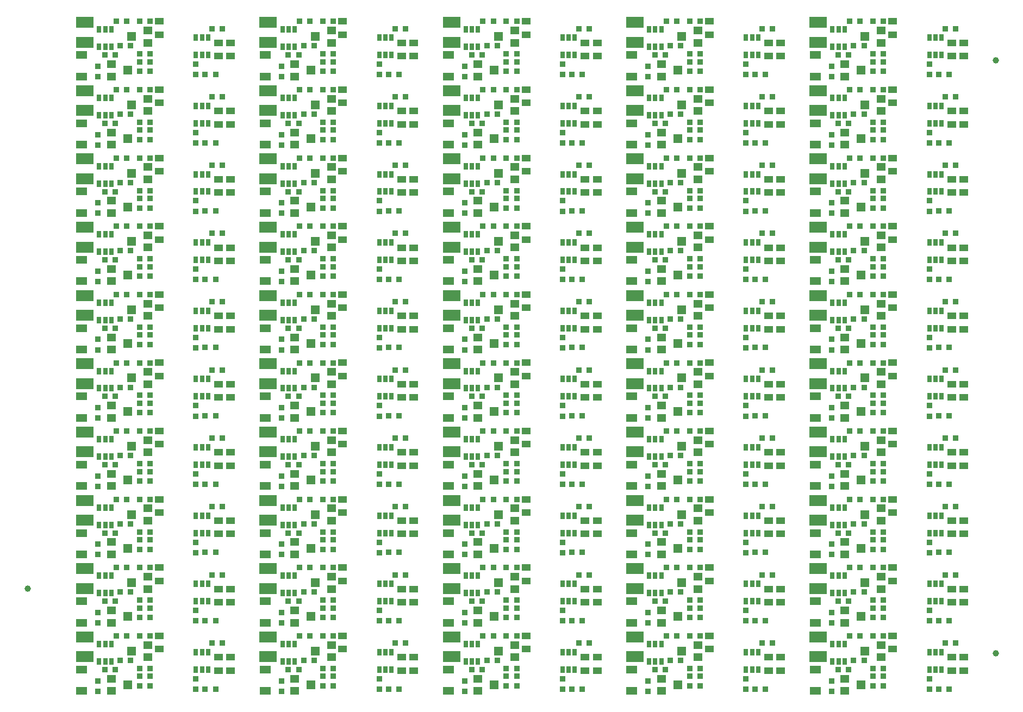
<source format=gbr>
*
%FSLAX35Y35*%
%MOMM*%
%ADD10R,1.400000X1.200000*%
%ADD11R,1.400000X1.400000*%
%ADD12R,0.650000X1.100000*%
%ADD13R,0.700000X1.100000*%
%ADD14R,1.400000X1.100000*%
%ADD15R,2.700000X1.700000*%
%ADD16R,1.800000X1.300000*%
%ADD17R,0.900000X0.900000*%
%ADD18C,1.000000*%
%IPPOS*%
%LNtoppast.gbr*%
%LPD*%
G75*
G54D10*
X01704880Y00910630D03*
Y01101130D03*
G54D11*
X01958880Y01005880D03*
G54D10*
X02276380Y01626000D03*
Y01435500D03*
G54D11*
X02022380Y01530760D03*
G54D12*
X01514380Y01640130D03*
X01704380D03*
X01514380Y01370130D03*
X01704380D03*
X01609380D03*
Y01640130D03*
G54D13*
X03022500Y01514380D03*
X03212500D03*
X03022500Y01244380D03*
X03212500D03*
X03117500D03*
Y01514380D03*
G54D14*
X02451000Y01562000D03*
Y01768380D03*
G54D15*
X01292120Y01752500D03*
Y01442500D03*
G54D16*
X01244500Y01244500D03*
Y00911130D03*
G54D14*
X03371750Y01435000D03*
Y01228630D03*
X03562250D03*
Y01435000D03*
G54D17*
X01498500Y01068630D03*
Y00905910D03*
X01768380Y01243260D03*
X01605660D03*
X01943000Y01767130D03*
X01780280D03*
X02308120D03*
X02145410D03*
X02308120Y01137350D03*
X02145410D03*
X03435250Y01656000D03*
X03272530D03*
X03022500Y01100380D03*
Y00937660D03*
X02308120Y00989260D03*
X02145410D03*
X02006500Y01386130D03*
X01843780D03*
X02307330Y01259590D03*
X02144610D03*
X03328890Y00941630D03*
X03166170D03*
G54D10*
X01704880Y01974230D03*
Y02164730D03*
G54D11*
X01958880Y02069480D03*
G54D10*
X02276380Y02689600D03*
Y02499100D03*
G54D11*
X02022380Y02594360D03*
G54D12*
X01514380Y02703730D03*
X01704380D03*
X01514380Y02433730D03*
X01704380D03*
X01609380D03*
Y02703730D03*
G54D13*
X03022500Y02577980D03*
X03212500D03*
X03022500Y02307980D03*
X03212500D03*
X03117500D03*
Y02577980D03*
G54D14*
X02451000Y02625600D03*
Y02831980D03*
G54D15*
X01292120Y02816100D03*
Y02506100D03*
G54D16*
X01244500Y02308100D03*
Y01974730D03*
G54D14*
X03371750Y02498600D03*
Y02292230D03*
X03562250D03*
Y02498600D03*
G54D17*
X01498500Y02132230D03*
Y01969510D03*
X01768380Y02306860D03*
X01605660D03*
X01943000Y02830730D03*
X01780280D03*
X02308120D03*
X02145410D03*
X02308120Y02200950D03*
X02145410D03*
X03435250Y02719600D03*
X03272530D03*
X03022500Y02163980D03*
Y02001260D03*
X02308120Y02052860D03*
X02145410D03*
X02006500Y02449730D03*
X01843780D03*
X02307330Y02323190D03*
X02144610D03*
X03328890Y02005230D03*
X03166170D03*
G54D10*
X01704880Y03037830D03*
Y03228330D03*
G54D11*
X01958880Y03133080D03*
G54D10*
X02276380Y03753200D03*
Y03562700D03*
G54D11*
X02022380Y03657960D03*
G54D12*
X01514380Y03767330D03*
X01704380D03*
X01514380Y03497330D03*
X01704380D03*
X01609380D03*
Y03767330D03*
G54D13*
X03022500Y03641580D03*
X03212500D03*
X03022500Y03371580D03*
X03212500D03*
X03117500D03*
Y03641580D03*
G54D14*
X02451000Y03689200D03*
Y03895580D03*
G54D15*
X01292120Y03879700D03*
Y03569700D03*
G54D16*
X01244500Y03371700D03*
Y03038330D03*
G54D14*
X03371750Y03562200D03*
Y03355830D03*
X03562250D03*
Y03562200D03*
G54D17*
X01498500Y03195830D03*
Y03033110D03*
X01768380Y03370460D03*
X01605660D03*
X01943000Y03894330D03*
X01780280D03*
X02308120D03*
X02145410D03*
X02308120Y03264550D03*
X02145410D03*
X03435250Y03783200D03*
X03272530D03*
X03022500Y03227580D03*
Y03064860D03*
X02308120Y03116460D03*
X02145410D03*
X02006500Y03513330D03*
X01843780D03*
X02307330Y03386790D03*
X02144610D03*
X03328890Y03068830D03*
X03166170D03*
G54D10*
X01704880Y04101430D03*
Y04291930D03*
G54D11*
X01958880Y04196680D03*
G54D10*
X02276380Y04816800D03*
Y04626300D03*
G54D11*
X02022380Y04721560D03*
G54D12*
X01514380Y04830930D03*
X01704380D03*
X01514380Y04560930D03*
X01704380D03*
X01609380D03*
Y04830930D03*
G54D13*
X03022500Y04705180D03*
X03212500D03*
X03022500Y04435180D03*
X03212500D03*
X03117500D03*
Y04705180D03*
G54D14*
X02451000Y04752800D03*
Y04959180D03*
G54D15*
X01292120Y04943300D03*
Y04633300D03*
G54D16*
X01244500Y04435300D03*
Y04101930D03*
G54D14*
X03371750Y04625800D03*
Y04419430D03*
X03562250D03*
Y04625800D03*
G54D17*
X01498500Y04259430D03*
Y04096710D03*
X01768380Y04434060D03*
X01605660D03*
X01943000Y04957930D03*
X01780280D03*
X02308120D03*
X02145410D03*
X02308120Y04328150D03*
X02145410D03*
X03435250Y04846800D03*
X03272530D03*
X03022500Y04291180D03*
Y04128460D03*
X02308120Y04180060D03*
X02145410D03*
X02006500Y04576930D03*
X01843780D03*
X02307330Y04450390D03*
X02144610D03*
X03328890Y04132430D03*
X03166170D03*
G54D10*
X01704880Y05165030D03*
Y05355530D03*
G54D11*
X01958880Y05260280D03*
G54D10*
X02276380Y05880400D03*
Y05689900D03*
G54D11*
X02022380Y05785160D03*
G54D12*
X01514380Y05894530D03*
X01704380D03*
X01514380Y05624530D03*
X01704380D03*
X01609380D03*
Y05894530D03*
G54D13*
X03022500Y05768780D03*
X03212500D03*
X03022500Y05498780D03*
X03212500D03*
X03117500D03*
Y05768780D03*
G54D14*
X02451000Y05816400D03*
Y06022780D03*
G54D15*
X01292120Y06006900D03*
Y05696900D03*
G54D16*
X01244500Y05498900D03*
Y05165530D03*
G54D14*
X03371750Y05689400D03*
Y05483030D03*
X03562250D03*
Y05689400D03*
G54D17*
X01498500Y05323030D03*
Y05160310D03*
X01768380Y05497660D03*
X01605660D03*
X01943000Y06021530D03*
X01780280D03*
X02308120D03*
X02145410D03*
X02308120Y05391750D03*
X02145410D03*
X03435250Y05910400D03*
X03272530D03*
X03022500Y05354780D03*
Y05192060D03*
X02308120Y05243660D03*
X02145410D03*
X02006500Y05640530D03*
X01843780D03*
X02307330Y05513990D03*
X02144610D03*
X03328890Y05196030D03*
X03166170D03*
G54D10*
X01704880Y06228630D03*
Y06419130D03*
G54D11*
X01958880Y06323880D03*
G54D10*
X02276380Y06944000D03*
Y06753500D03*
G54D11*
X02022380Y06848760D03*
G54D12*
X01514380Y06958130D03*
X01704380D03*
X01514380Y06688130D03*
X01704380D03*
X01609380D03*
Y06958130D03*
G54D13*
X03022500Y06832380D03*
X03212500D03*
X03022500Y06562380D03*
X03212500D03*
X03117500D03*
Y06832380D03*
G54D14*
X02451000Y06880000D03*
Y07086380D03*
G54D15*
X01292120Y07070500D03*
Y06760500D03*
G54D16*
X01244500Y06562500D03*
Y06229130D03*
G54D14*
X03371750Y06753000D03*
Y06546630D03*
X03562250D03*
Y06753000D03*
G54D17*
X01498500Y06386630D03*
Y06223910D03*
X01768380Y06561260D03*
X01605660D03*
X01943000Y07085130D03*
X01780280D03*
X02308120D03*
X02145410D03*
X02308120Y06455350D03*
X02145410D03*
X03435250Y06974000D03*
X03272530D03*
X03022500Y06418380D03*
Y06255660D03*
X02308120Y06307260D03*
X02145410D03*
X02006500Y06704130D03*
X01843780D03*
X02307330Y06577590D03*
X02144610D03*
X03328890Y06259630D03*
X03166170D03*
G54D10*
X01704880Y07292230D03*
Y07482730D03*
G54D11*
X01958880Y07387480D03*
G54D10*
X02276380Y08007600D03*
Y07817100D03*
G54D11*
X02022380Y07912360D03*
G54D12*
X01514380Y08021730D03*
X01704380D03*
X01514380Y07751730D03*
X01704380D03*
X01609380D03*
Y08021730D03*
G54D13*
X03022500Y07895980D03*
X03212500D03*
X03022500Y07625980D03*
X03212500D03*
X03117500D03*
Y07895980D03*
G54D14*
X02451000Y07943600D03*
Y08149980D03*
G54D15*
X01292120Y08134100D03*
Y07824100D03*
G54D16*
X01244500Y07626100D03*
Y07292730D03*
G54D14*
X03371750Y07816600D03*
Y07610230D03*
X03562250D03*
Y07816600D03*
G54D17*
X01498500Y07450230D03*
Y07287510D03*
X01768380Y07624860D03*
X01605660D03*
X01943000Y08148730D03*
X01780280D03*
X02308120D03*
X02145410D03*
X02308120Y07518950D03*
X02145410D03*
X03435250Y08037600D03*
X03272530D03*
X03022500Y07481980D03*
Y07319260D03*
X02308120Y07370860D03*
X02145410D03*
X02006500Y07767730D03*
X01843780D03*
X02307330Y07641190D03*
X02144610D03*
X03328890Y07323230D03*
X03166170D03*
G54D10*
X01704880Y08355830D03*
Y08546330D03*
G54D11*
X01958880Y08451080D03*
G54D10*
X02276380Y09071200D03*
Y08880700D03*
G54D11*
X02022380Y08975960D03*
G54D12*
X01514380Y09085330D03*
X01704380D03*
X01514380Y08815330D03*
X01704380D03*
X01609380D03*
Y09085330D03*
G54D13*
X03022500Y08959580D03*
X03212500D03*
X03022500Y08689580D03*
X03212500D03*
X03117500D03*
Y08959580D03*
G54D14*
X02451000Y09007200D03*
Y09213580D03*
G54D15*
X01292120Y09197700D03*
Y08887700D03*
G54D16*
X01244500Y08689700D03*
Y08356330D03*
G54D14*
X03371750Y08880200D03*
Y08673830D03*
X03562250D03*
Y08880200D03*
G54D17*
X01498500Y08513830D03*
Y08351110D03*
X01768380Y08688460D03*
X01605660D03*
X01943000Y09212330D03*
X01780280D03*
X02308120D03*
X02145410D03*
X02308120Y08582550D03*
X02145410D03*
X03435250Y09101200D03*
X03272530D03*
X03022500Y08545580D03*
Y08382860D03*
X02308120Y08434460D03*
X02145410D03*
X02006500Y08831330D03*
X01843780D03*
X02307330Y08704790D03*
X02144610D03*
X03328890Y08386830D03*
X03166170D03*
G54D10*
X01704880Y09419430D03*
Y09609930D03*
G54D11*
X01958880Y09514680D03*
G54D10*
X02276380Y10134800D03*
Y09944300D03*
G54D11*
X02022380Y10039560D03*
G54D12*
X01514380Y10148930D03*
X01704380D03*
X01514380Y09878930D03*
X01704380D03*
X01609380D03*
Y10148930D03*
G54D13*
X03022500Y10023180D03*
X03212500D03*
X03022500Y09753180D03*
X03212500D03*
X03117500D03*
Y10023180D03*
G54D14*
X02451000Y10070800D03*
Y10277180D03*
G54D15*
X01292120Y10261300D03*
Y09951300D03*
G54D16*
X01244500Y09753300D03*
Y09419930D03*
G54D14*
X03371750Y09943800D03*
Y09737430D03*
X03562250D03*
Y09943800D03*
G54D17*
X01498500Y09577430D03*
Y09414710D03*
X01768380Y09752060D03*
X01605660D03*
X01943000Y10275930D03*
X01780280D03*
X02308120D03*
X02145410D03*
X02308120Y09646150D03*
X02145410D03*
X03435250Y10164800D03*
X03272530D03*
X03022500Y09609180D03*
Y09446460D03*
X02308120Y09498060D03*
X02145410D03*
X02006500Y09894930D03*
X01843780D03*
X02307330Y09768390D03*
X02144610D03*
X03328890Y09450430D03*
X03166170D03*
G54D10*
X01704880Y10483030D03*
Y10673530D03*
G54D11*
X01958880Y10578280D03*
G54D10*
X02276380Y11198400D03*
Y11007900D03*
G54D11*
X02022380Y11103160D03*
G54D12*
X01514380Y11212530D03*
X01704380D03*
X01514380Y10942530D03*
X01704380D03*
X01609380D03*
Y11212530D03*
G54D13*
X03022500Y11086780D03*
X03212500D03*
X03022500Y10816780D03*
X03212500D03*
X03117500D03*
Y11086780D03*
G54D14*
X02451000Y11134400D03*
Y11340780D03*
G54D15*
X01292120Y11324900D03*
Y11014900D03*
G54D16*
X01244500Y10816900D03*
Y10483530D03*
G54D14*
X03371750Y11007400D03*
Y10801030D03*
X03562250D03*
Y11007400D03*
G54D17*
X01498500Y10641030D03*
Y10478310D03*
X01768380Y10815660D03*
X01605660D03*
X01943000Y11339530D03*
X01780280D03*
X02308120D03*
X02145410D03*
X02308120Y10709750D03*
X02145410D03*
X03435250Y11228400D03*
X03272530D03*
X03022500Y10672780D03*
Y10510060D03*
X02308120Y10561660D03*
X02145410D03*
X02006500Y10958530D03*
X01843780D03*
X02307330Y10831990D03*
X02144610D03*
X03328890Y10514030D03*
X03166170D03*
G54D10*
X04560480Y00910630D03*
Y01101130D03*
G54D11*
X04814480Y01005880D03*
G54D10*
X05131980Y01626000D03*
Y01435500D03*
G54D11*
X04877980Y01530760D03*
G54D12*
X04369980Y01640130D03*
X04559980D03*
X04369980Y01370130D03*
X04559980D03*
X04464980D03*
Y01640130D03*
G54D13*
X05878100Y01514380D03*
X06068100D03*
X05878100Y01244380D03*
X06068100D03*
X05973100D03*
Y01514380D03*
G54D14*
X05306600Y01562000D03*
Y01768380D03*
G54D15*
X04147720Y01752500D03*
Y01442500D03*
G54D16*
X04100100Y01244500D03*
Y00911130D03*
G54D14*
X06227350Y01435000D03*
Y01228630D03*
X06417850D03*
Y01435000D03*
G54D17*
X04354100Y01068630D03*
Y00905910D03*
X04623980Y01243260D03*
X04461260D03*
X04798600Y01767130D03*
X04635880D03*
X05163720D03*
X05001010D03*
X05163720Y01137350D03*
X05001010D03*
X06290850Y01656000D03*
X06128130D03*
X05878100Y01100380D03*
Y00937660D03*
X05163720Y00989260D03*
X05001010D03*
X04862100Y01386130D03*
X04699380D03*
X05162930Y01259590D03*
X05000210D03*
X06184490Y00941630D03*
X06021770D03*
G54D10*
X04560480Y01974230D03*
Y02164730D03*
G54D11*
X04814480Y02069480D03*
G54D10*
X05131980Y02689600D03*
Y02499100D03*
G54D11*
X04877980Y02594360D03*
G54D12*
X04369980Y02703730D03*
X04559980D03*
X04369980Y02433730D03*
X04559980D03*
X04464980D03*
Y02703730D03*
G54D13*
X05878100Y02577980D03*
X06068100D03*
X05878100Y02307980D03*
X06068100D03*
X05973100D03*
Y02577980D03*
G54D14*
X05306600Y02625600D03*
Y02831980D03*
G54D15*
X04147720Y02816100D03*
Y02506100D03*
G54D16*
X04100100Y02308100D03*
Y01974730D03*
G54D14*
X06227350Y02498600D03*
Y02292230D03*
X06417850D03*
Y02498600D03*
G54D17*
X04354100Y02132230D03*
Y01969510D03*
X04623980Y02306860D03*
X04461260D03*
X04798600Y02830730D03*
X04635880D03*
X05163720D03*
X05001010D03*
X05163720Y02200950D03*
X05001010D03*
X06290850Y02719600D03*
X06128130D03*
X05878100Y02163980D03*
Y02001260D03*
X05163720Y02052860D03*
X05001010D03*
X04862100Y02449730D03*
X04699380D03*
X05162930Y02323190D03*
X05000210D03*
X06184490Y02005230D03*
X06021770D03*
G54D10*
X04560480Y03037830D03*
Y03228330D03*
G54D11*
X04814480Y03133080D03*
G54D10*
X05131980Y03753200D03*
Y03562700D03*
G54D11*
X04877980Y03657960D03*
G54D12*
X04369980Y03767330D03*
X04559980D03*
X04369980Y03497330D03*
X04559980D03*
X04464980D03*
Y03767330D03*
G54D13*
X05878100Y03641580D03*
X06068100D03*
X05878100Y03371580D03*
X06068100D03*
X05973100D03*
Y03641580D03*
G54D14*
X05306600Y03689200D03*
Y03895580D03*
G54D15*
X04147720Y03879700D03*
Y03569700D03*
G54D16*
X04100100Y03371700D03*
Y03038330D03*
G54D14*
X06227350Y03562200D03*
Y03355830D03*
X06417850D03*
Y03562200D03*
G54D17*
X04354100Y03195830D03*
Y03033110D03*
X04623980Y03370460D03*
X04461260D03*
X04798600Y03894330D03*
X04635880D03*
X05163720D03*
X05001010D03*
X05163720Y03264550D03*
X05001010D03*
X06290850Y03783200D03*
X06128130D03*
X05878100Y03227580D03*
Y03064860D03*
X05163720Y03116460D03*
X05001010D03*
X04862100Y03513330D03*
X04699380D03*
X05162930Y03386790D03*
X05000210D03*
X06184490Y03068830D03*
X06021770D03*
G54D10*
X04560480Y04101430D03*
Y04291930D03*
G54D11*
X04814480Y04196680D03*
G54D10*
X05131980Y04816800D03*
Y04626300D03*
G54D11*
X04877980Y04721560D03*
G54D12*
X04369980Y04830930D03*
X04559980D03*
X04369980Y04560930D03*
X04559980D03*
X04464980D03*
Y04830930D03*
G54D13*
X05878100Y04705180D03*
X06068100D03*
X05878100Y04435180D03*
X06068100D03*
X05973100D03*
Y04705180D03*
G54D14*
X05306600Y04752800D03*
Y04959180D03*
G54D15*
X04147720Y04943300D03*
Y04633300D03*
G54D16*
X04100100Y04435300D03*
Y04101930D03*
G54D14*
X06227350Y04625800D03*
Y04419430D03*
X06417850D03*
Y04625800D03*
G54D17*
X04354100Y04259430D03*
Y04096710D03*
X04623980Y04434060D03*
X04461260D03*
X04798600Y04957930D03*
X04635880D03*
X05163720D03*
X05001010D03*
X05163720Y04328150D03*
X05001010D03*
X06290850Y04846800D03*
X06128130D03*
X05878100Y04291180D03*
Y04128460D03*
X05163720Y04180060D03*
X05001010D03*
X04862100Y04576930D03*
X04699380D03*
X05162930Y04450390D03*
X05000210D03*
X06184490Y04132430D03*
X06021770D03*
G54D10*
X04560480Y05165030D03*
Y05355530D03*
G54D11*
X04814480Y05260280D03*
G54D10*
X05131980Y05880400D03*
Y05689900D03*
G54D11*
X04877980Y05785160D03*
G54D12*
X04369980Y05894530D03*
X04559980D03*
X04369980Y05624530D03*
X04559980D03*
X04464980D03*
Y05894530D03*
G54D13*
X05878100Y05768780D03*
X06068100D03*
X05878100Y05498780D03*
X06068100D03*
X05973100D03*
Y05768780D03*
G54D14*
X05306600Y05816400D03*
Y06022780D03*
G54D15*
X04147720Y06006900D03*
Y05696900D03*
G54D16*
X04100100Y05498900D03*
Y05165530D03*
G54D14*
X06227350Y05689400D03*
Y05483030D03*
X06417850D03*
Y05689400D03*
G54D17*
X04354100Y05323030D03*
Y05160310D03*
X04623980Y05497660D03*
X04461260D03*
X04798600Y06021530D03*
X04635880D03*
X05163720D03*
X05001010D03*
X05163720Y05391750D03*
X05001010D03*
X06290850Y05910400D03*
X06128130D03*
X05878100Y05354780D03*
Y05192060D03*
X05163720Y05243660D03*
X05001010D03*
X04862100Y05640530D03*
X04699380D03*
X05162930Y05513990D03*
X05000210D03*
X06184490Y05196030D03*
X06021770D03*
G54D10*
X04560480Y06228630D03*
Y06419130D03*
G54D11*
X04814480Y06323880D03*
G54D10*
X05131980Y06944000D03*
Y06753500D03*
G54D11*
X04877980Y06848760D03*
G54D12*
X04369980Y06958130D03*
X04559980D03*
X04369980Y06688130D03*
X04559980D03*
X04464980D03*
Y06958130D03*
G54D13*
X05878100Y06832380D03*
X06068100D03*
X05878100Y06562380D03*
X06068100D03*
X05973100D03*
Y06832380D03*
G54D14*
X05306600Y06880000D03*
Y07086380D03*
G54D15*
X04147720Y07070500D03*
Y06760500D03*
G54D16*
X04100100Y06562500D03*
Y06229130D03*
G54D14*
X06227350Y06753000D03*
Y06546630D03*
X06417850D03*
Y06753000D03*
G54D17*
X04354100Y06386630D03*
Y06223910D03*
X04623980Y06561260D03*
X04461260D03*
X04798600Y07085130D03*
X04635880D03*
X05163720D03*
X05001010D03*
X05163720Y06455350D03*
X05001010D03*
X06290850Y06974000D03*
X06128130D03*
X05878100Y06418380D03*
Y06255660D03*
X05163720Y06307260D03*
X05001010D03*
X04862100Y06704130D03*
X04699380D03*
X05162930Y06577590D03*
X05000210D03*
X06184490Y06259630D03*
X06021770D03*
G54D10*
X04560480Y07292230D03*
Y07482730D03*
G54D11*
X04814480Y07387480D03*
G54D10*
X05131980Y08007600D03*
Y07817100D03*
G54D11*
X04877980Y07912360D03*
G54D12*
X04369980Y08021730D03*
X04559980D03*
X04369980Y07751730D03*
X04559980D03*
X04464980D03*
Y08021730D03*
G54D13*
X05878100Y07895980D03*
X06068100D03*
X05878100Y07625980D03*
X06068100D03*
X05973100D03*
Y07895980D03*
G54D14*
X05306600Y07943600D03*
Y08149980D03*
G54D15*
X04147720Y08134100D03*
Y07824100D03*
G54D16*
X04100100Y07626100D03*
Y07292730D03*
G54D14*
X06227350Y07816600D03*
Y07610230D03*
X06417850D03*
Y07816600D03*
G54D17*
X04354100Y07450230D03*
Y07287510D03*
X04623980Y07624860D03*
X04461260D03*
X04798600Y08148730D03*
X04635880D03*
X05163720D03*
X05001010D03*
X05163720Y07518950D03*
X05001010D03*
X06290850Y08037600D03*
X06128130D03*
X05878100Y07481980D03*
Y07319260D03*
X05163720Y07370860D03*
X05001010D03*
X04862100Y07767730D03*
X04699380D03*
X05162930Y07641190D03*
X05000210D03*
X06184490Y07323230D03*
X06021770D03*
G54D10*
X04560480Y08355830D03*
Y08546330D03*
G54D11*
X04814480Y08451080D03*
G54D10*
X05131980Y09071200D03*
Y08880700D03*
G54D11*
X04877980Y08975960D03*
G54D12*
X04369980Y09085330D03*
X04559980D03*
X04369980Y08815330D03*
X04559980D03*
X04464980D03*
Y09085330D03*
G54D13*
X05878100Y08959580D03*
X06068100D03*
X05878100Y08689580D03*
X06068100D03*
X05973100D03*
Y08959580D03*
G54D14*
X05306600Y09007200D03*
Y09213580D03*
G54D15*
X04147720Y09197700D03*
Y08887700D03*
G54D16*
X04100100Y08689700D03*
Y08356330D03*
G54D14*
X06227350Y08880200D03*
Y08673830D03*
X06417850D03*
Y08880200D03*
G54D17*
X04354100Y08513830D03*
Y08351110D03*
X04623980Y08688460D03*
X04461260D03*
X04798600Y09212330D03*
X04635880D03*
X05163720D03*
X05001010D03*
X05163720Y08582550D03*
X05001010D03*
X06290850Y09101200D03*
X06128130D03*
X05878100Y08545580D03*
Y08382860D03*
X05163720Y08434460D03*
X05001010D03*
X04862100Y08831330D03*
X04699380D03*
X05162930Y08704790D03*
X05000210D03*
X06184490Y08386830D03*
X06021770D03*
G54D10*
X04560480Y09419430D03*
Y09609930D03*
G54D11*
X04814480Y09514680D03*
G54D10*
X05131980Y10134800D03*
Y09944300D03*
G54D11*
X04877980Y10039560D03*
G54D12*
X04369980Y10148930D03*
X04559980D03*
X04369980Y09878930D03*
X04559980D03*
X04464980D03*
Y10148930D03*
G54D13*
X05878100Y10023180D03*
X06068100D03*
X05878100Y09753180D03*
X06068100D03*
X05973100D03*
Y10023180D03*
G54D14*
X05306600Y10070800D03*
Y10277180D03*
G54D15*
X04147720Y10261300D03*
Y09951300D03*
G54D16*
X04100100Y09753300D03*
Y09419930D03*
G54D14*
X06227350Y09943800D03*
Y09737430D03*
X06417850D03*
Y09943800D03*
G54D17*
X04354100Y09577430D03*
Y09414710D03*
X04623980Y09752060D03*
X04461260D03*
X04798600Y10275930D03*
X04635880D03*
X05163720D03*
X05001010D03*
X05163720Y09646150D03*
X05001010D03*
X06290850Y10164800D03*
X06128130D03*
X05878100Y09609180D03*
Y09446460D03*
X05163720Y09498060D03*
X05001010D03*
X04862100Y09894930D03*
X04699380D03*
X05162930Y09768390D03*
X05000210D03*
X06184490Y09450430D03*
X06021770D03*
G54D10*
X04560480Y10483030D03*
Y10673530D03*
G54D11*
X04814480Y10578280D03*
G54D10*
X05131980Y11198400D03*
Y11007900D03*
G54D11*
X04877980Y11103160D03*
G54D12*
X04369980Y11212530D03*
X04559980D03*
X04369980Y10942530D03*
X04559980D03*
X04464980D03*
Y11212530D03*
G54D13*
X05878100Y11086780D03*
X06068100D03*
X05878100Y10816780D03*
X06068100D03*
X05973100D03*
Y11086780D03*
G54D14*
X05306600Y11134400D03*
Y11340780D03*
G54D15*
X04147720Y11324900D03*
Y11014900D03*
G54D16*
X04100100Y10816900D03*
Y10483530D03*
G54D14*
X06227350Y11007400D03*
Y10801030D03*
X06417850D03*
Y11007400D03*
G54D17*
X04354100Y10641030D03*
Y10478310D03*
X04623980Y10815660D03*
X04461260D03*
X04798600Y11339530D03*
X04635880D03*
X05163720D03*
X05001010D03*
X05163720Y10709750D03*
X05001010D03*
X06290850Y11228400D03*
X06128130D03*
X05878100Y10672780D03*
Y10510060D03*
X05163720Y10561660D03*
X05001010D03*
X04862100Y10958530D03*
X04699380D03*
X05162930Y10831990D03*
X05000210D03*
X06184490Y10514030D03*
X06021770D03*
G54D10*
X07416080Y00910630D03*
Y01101130D03*
G54D11*
X07670080Y01005880D03*
G54D10*
X07987580Y01626000D03*
Y01435500D03*
G54D11*
X07733580Y01530760D03*
G54D12*
X07225580Y01640130D03*
X07415580D03*
X07225580Y01370130D03*
X07415580D03*
X07320580D03*
Y01640130D03*
G54D13*
X08733700Y01514380D03*
X08923700D03*
X08733700Y01244380D03*
X08923700D03*
X08828700D03*
Y01514380D03*
G54D14*
X08162200Y01562000D03*
Y01768380D03*
G54D15*
X07003320Y01752500D03*
Y01442500D03*
G54D16*
X06955700Y01244500D03*
Y00911130D03*
G54D14*
X09082950Y01435000D03*
Y01228630D03*
X09273450D03*
Y01435000D03*
G54D17*
X07209700Y01068630D03*
Y00905910D03*
X07479580Y01243260D03*
X07316860D03*
X07654200Y01767130D03*
X07491480D03*
X08019320D03*
X07856610D03*
X08019320Y01137350D03*
X07856610D03*
X09146450Y01656000D03*
X08983730D03*
X08733700Y01100380D03*
Y00937660D03*
X08019320Y00989260D03*
X07856610D03*
X07717700Y01386130D03*
X07554980D03*
X08018530Y01259590D03*
X07855810D03*
X09040090Y00941630D03*
X08877370D03*
G54D10*
X07416080Y01974230D03*
Y02164730D03*
G54D11*
X07670080Y02069480D03*
G54D10*
X07987580Y02689600D03*
Y02499100D03*
G54D11*
X07733580Y02594360D03*
G54D12*
X07225580Y02703730D03*
X07415580D03*
X07225580Y02433730D03*
X07415580D03*
X07320580D03*
Y02703730D03*
G54D13*
X08733700Y02577980D03*
X08923700D03*
X08733700Y02307980D03*
X08923700D03*
X08828700D03*
Y02577980D03*
G54D14*
X08162200Y02625600D03*
Y02831980D03*
G54D15*
X07003320Y02816100D03*
Y02506100D03*
G54D16*
X06955700Y02308100D03*
Y01974730D03*
G54D14*
X09082950Y02498600D03*
Y02292230D03*
X09273450D03*
Y02498600D03*
G54D17*
X07209700Y02132230D03*
Y01969510D03*
X07479580Y02306860D03*
X07316860D03*
X07654200Y02830730D03*
X07491480D03*
X08019320D03*
X07856610D03*
X08019320Y02200950D03*
X07856610D03*
X09146450Y02719600D03*
X08983730D03*
X08733700Y02163980D03*
Y02001260D03*
X08019320Y02052860D03*
X07856610D03*
X07717700Y02449730D03*
X07554980D03*
X08018530Y02323190D03*
X07855810D03*
X09040090Y02005230D03*
X08877370D03*
G54D10*
X07416080Y03037830D03*
Y03228330D03*
G54D11*
X07670080Y03133080D03*
G54D10*
X07987580Y03753200D03*
Y03562700D03*
G54D11*
X07733580Y03657960D03*
G54D12*
X07225580Y03767330D03*
X07415580D03*
X07225580Y03497330D03*
X07415580D03*
X07320580D03*
Y03767330D03*
G54D13*
X08733700Y03641580D03*
X08923700D03*
X08733700Y03371580D03*
X08923700D03*
X08828700D03*
Y03641580D03*
G54D14*
X08162200Y03689200D03*
Y03895580D03*
G54D15*
X07003320Y03879700D03*
Y03569700D03*
G54D16*
X06955700Y03371700D03*
Y03038330D03*
G54D14*
X09082950Y03562200D03*
Y03355830D03*
X09273450D03*
Y03562200D03*
G54D17*
X07209700Y03195830D03*
Y03033110D03*
X07479580Y03370460D03*
X07316860D03*
X07654200Y03894330D03*
X07491480D03*
X08019320D03*
X07856610D03*
X08019320Y03264550D03*
X07856610D03*
X09146450Y03783200D03*
X08983730D03*
X08733700Y03227580D03*
Y03064860D03*
X08019320Y03116460D03*
X07856610D03*
X07717700Y03513330D03*
X07554980D03*
X08018530Y03386790D03*
X07855810D03*
X09040090Y03068830D03*
X08877370D03*
G54D10*
X07416080Y04101430D03*
Y04291930D03*
G54D11*
X07670080Y04196680D03*
G54D10*
X07987580Y04816800D03*
Y04626300D03*
G54D11*
X07733580Y04721560D03*
G54D12*
X07225580Y04830930D03*
X07415580D03*
X07225580Y04560930D03*
X07415580D03*
X07320580D03*
Y04830930D03*
G54D13*
X08733700Y04705180D03*
X08923700D03*
X08733700Y04435180D03*
X08923700D03*
X08828700D03*
Y04705180D03*
G54D14*
X08162200Y04752800D03*
Y04959180D03*
G54D15*
X07003320Y04943300D03*
Y04633300D03*
G54D16*
X06955700Y04435300D03*
Y04101930D03*
G54D14*
X09082950Y04625800D03*
Y04419430D03*
X09273450D03*
Y04625800D03*
G54D17*
X07209700Y04259430D03*
Y04096710D03*
X07479580Y04434060D03*
X07316860D03*
X07654200Y04957930D03*
X07491480D03*
X08019320D03*
X07856610D03*
X08019320Y04328150D03*
X07856610D03*
X09146450Y04846800D03*
X08983730D03*
X08733700Y04291180D03*
Y04128460D03*
X08019320Y04180060D03*
X07856610D03*
X07717700Y04576930D03*
X07554980D03*
X08018530Y04450390D03*
X07855810D03*
X09040090Y04132430D03*
X08877370D03*
G54D10*
X07416080Y05165030D03*
Y05355530D03*
G54D11*
X07670080Y05260280D03*
G54D10*
X07987580Y05880400D03*
Y05689900D03*
G54D11*
X07733580Y05785160D03*
G54D12*
X07225580Y05894530D03*
X07415580D03*
X07225580Y05624530D03*
X07415580D03*
X07320580D03*
Y05894530D03*
G54D13*
X08733700Y05768780D03*
X08923700D03*
X08733700Y05498780D03*
X08923700D03*
X08828700D03*
Y05768780D03*
G54D14*
X08162200Y05816400D03*
Y06022780D03*
G54D15*
X07003320Y06006900D03*
Y05696900D03*
G54D16*
X06955700Y05498900D03*
Y05165530D03*
G54D14*
X09082950Y05689400D03*
Y05483030D03*
X09273450D03*
Y05689400D03*
G54D17*
X07209700Y05323030D03*
Y05160310D03*
X07479580Y05497660D03*
X07316860D03*
X07654200Y06021530D03*
X07491480D03*
X08019320D03*
X07856610D03*
X08019320Y05391750D03*
X07856610D03*
X09146450Y05910400D03*
X08983730D03*
X08733700Y05354780D03*
Y05192060D03*
X08019320Y05243660D03*
X07856610D03*
X07717700Y05640530D03*
X07554980D03*
X08018530Y05513990D03*
X07855810D03*
X09040090Y05196030D03*
X08877370D03*
G54D10*
X07416080Y06228630D03*
Y06419130D03*
G54D11*
X07670080Y06323880D03*
G54D10*
X07987580Y06944000D03*
Y06753500D03*
G54D11*
X07733580Y06848760D03*
G54D12*
X07225580Y06958130D03*
X07415580D03*
X07225580Y06688130D03*
X07415580D03*
X07320580D03*
Y06958130D03*
G54D13*
X08733700Y06832380D03*
X08923700D03*
X08733700Y06562380D03*
X08923700D03*
X08828700D03*
Y06832380D03*
G54D14*
X08162200Y06880000D03*
Y07086380D03*
G54D15*
X07003320Y07070500D03*
Y06760500D03*
G54D16*
X06955700Y06562500D03*
Y06229130D03*
G54D14*
X09082950Y06753000D03*
Y06546630D03*
X09273450D03*
Y06753000D03*
G54D17*
X07209700Y06386630D03*
Y06223910D03*
X07479580Y06561260D03*
X07316860D03*
X07654200Y07085130D03*
X07491480D03*
X08019320D03*
X07856610D03*
X08019320Y06455350D03*
X07856610D03*
X09146450Y06974000D03*
X08983730D03*
X08733700Y06418380D03*
Y06255660D03*
X08019320Y06307260D03*
X07856610D03*
X07717700Y06704130D03*
X07554980D03*
X08018530Y06577590D03*
X07855810D03*
X09040090Y06259630D03*
X08877370D03*
G54D10*
X07416080Y07292230D03*
Y07482730D03*
G54D11*
X07670080Y07387480D03*
G54D10*
X07987580Y08007600D03*
Y07817100D03*
G54D11*
X07733580Y07912360D03*
G54D12*
X07225580Y08021730D03*
X07415580D03*
X07225580Y07751730D03*
X07415580D03*
X07320580D03*
Y08021730D03*
G54D13*
X08733700Y07895980D03*
X08923700D03*
X08733700Y07625980D03*
X08923700D03*
X08828700D03*
Y07895980D03*
G54D14*
X08162200Y07943600D03*
Y08149980D03*
G54D15*
X07003320Y08134100D03*
Y07824100D03*
G54D16*
X06955700Y07626100D03*
Y07292730D03*
G54D14*
X09082950Y07816600D03*
Y07610230D03*
X09273450D03*
Y07816600D03*
G54D17*
X07209700Y07450230D03*
Y07287510D03*
X07479580Y07624860D03*
X07316860D03*
X07654200Y08148730D03*
X07491480D03*
X08019320D03*
X07856610D03*
X08019320Y07518950D03*
X07856610D03*
X09146450Y08037600D03*
X08983730D03*
X08733700Y07481980D03*
Y07319260D03*
X08019320Y07370860D03*
X07856610D03*
X07717700Y07767730D03*
X07554980D03*
X08018530Y07641190D03*
X07855810D03*
X09040090Y07323230D03*
X08877370D03*
G54D10*
X07416080Y08355830D03*
Y08546330D03*
G54D11*
X07670080Y08451080D03*
G54D10*
X07987580Y09071200D03*
Y08880700D03*
G54D11*
X07733580Y08975960D03*
G54D12*
X07225580Y09085330D03*
X07415580D03*
X07225580Y08815330D03*
X07415580D03*
X07320580D03*
Y09085330D03*
G54D13*
X08733700Y08959580D03*
X08923700D03*
X08733700Y08689580D03*
X08923700D03*
X08828700D03*
Y08959580D03*
G54D14*
X08162200Y09007200D03*
Y09213580D03*
G54D15*
X07003320Y09197700D03*
Y08887700D03*
G54D16*
X06955700Y08689700D03*
Y08356330D03*
G54D14*
X09082950Y08880200D03*
Y08673830D03*
X09273450D03*
Y08880200D03*
G54D17*
X07209700Y08513830D03*
Y08351110D03*
X07479580Y08688460D03*
X07316860D03*
X07654200Y09212330D03*
X07491480D03*
X08019320D03*
X07856610D03*
X08019320Y08582550D03*
X07856610D03*
X09146450Y09101200D03*
X08983730D03*
X08733700Y08545580D03*
Y08382860D03*
X08019320Y08434460D03*
X07856610D03*
X07717700Y08831330D03*
X07554980D03*
X08018530Y08704790D03*
X07855810D03*
X09040090Y08386830D03*
X08877370D03*
G54D10*
X07416080Y09419430D03*
Y09609930D03*
G54D11*
X07670080Y09514680D03*
G54D10*
X07987580Y10134800D03*
Y09944300D03*
G54D11*
X07733580Y10039560D03*
G54D12*
X07225580Y10148930D03*
X07415580D03*
X07225580Y09878930D03*
X07415580D03*
X07320580D03*
Y10148930D03*
G54D13*
X08733700Y10023180D03*
X08923700D03*
X08733700Y09753180D03*
X08923700D03*
X08828700D03*
Y10023180D03*
G54D14*
X08162200Y10070800D03*
Y10277180D03*
G54D15*
X07003320Y10261300D03*
Y09951300D03*
G54D16*
X06955700Y09753300D03*
Y09419930D03*
G54D14*
X09082950Y09943800D03*
Y09737430D03*
X09273450D03*
Y09943800D03*
G54D17*
X07209700Y09577430D03*
Y09414710D03*
X07479580Y09752060D03*
X07316860D03*
X07654200Y10275930D03*
X07491480D03*
X08019320D03*
X07856610D03*
X08019320Y09646150D03*
X07856610D03*
X09146450Y10164800D03*
X08983730D03*
X08733700Y09609180D03*
Y09446460D03*
X08019320Y09498060D03*
X07856610D03*
X07717700Y09894930D03*
X07554980D03*
X08018530Y09768390D03*
X07855810D03*
X09040090Y09450430D03*
X08877370D03*
G54D10*
X07416080Y10483030D03*
Y10673530D03*
G54D11*
X07670080Y10578280D03*
G54D10*
X07987580Y11198400D03*
Y11007900D03*
G54D11*
X07733580Y11103160D03*
G54D12*
X07225580Y11212530D03*
X07415580D03*
X07225580Y10942530D03*
X07415580D03*
X07320580D03*
Y11212530D03*
G54D13*
X08733700Y11086780D03*
X08923700D03*
X08733700Y10816780D03*
X08923700D03*
X08828700D03*
Y11086780D03*
G54D14*
X08162200Y11134400D03*
Y11340780D03*
G54D15*
X07003320Y11324900D03*
Y11014900D03*
G54D16*
X06955700Y10816900D03*
Y10483530D03*
G54D14*
X09082950Y11007400D03*
Y10801030D03*
X09273450D03*
Y11007400D03*
G54D17*
X07209700Y10641030D03*
Y10478310D03*
X07479580Y10815660D03*
X07316860D03*
X07654200Y11339530D03*
X07491480D03*
X08019320D03*
X07856610D03*
X08019320Y10709750D03*
X07856610D03*
X09146450Y11228400D03*
X08983730D03*
X08733700Y10672780D03*
Y10510060D03*
X08019320Y10561660D03*
X07856610D03*
X07717700Y10958530D03*
X07554980D03*
X08018530Y10831990D03*
X07855810D03*
X09040090Y10514030D03*
X08877370D03*
G54D10*
X10271680Y00910630D03*
Y01101130D03*
G54D11*
X10525680Y01005880D03*
G54D10*
X10843180Y01626000D03*
Y01435500D03*
G54D11*
X10589180Y01530760D03*
G54D12*
X10081180Y01640130D03*
X10271180D03*
X10081180Y01370130D03*
X10271180D03*
X10176180D03*
Y01640130D03*
G54D13*
X11589300Y01514380D03*
X11779300D03*
X11589300Y01244380D03*
X11779300D03*
X11684300D03*
Y01514380D03*
G54D14*
X11017800Y01562000D03*
Y01768380D03*
G54D15*
X09858920Y01752500D03*
Y01442500D03*
G54D16*
X09811300Y01244500D03*
Y00911130D03*
G54D14*
X11938550Y01435000D03*
Y01228630D03*
X12129050D03*
Y01435000D03*
G54D17*
X10065300Y01068630D03*
Y00905910D03*
X10335180Y01243260D03*
X10172460D03*
X10509800Y01767130D03*
X10347080D03*
X10874920D03*
X10712210D03*
X10874920Y01137350D03*
X10712210D03*
X12002050Y01656000D03*
X11839330D03*
X11589300Y01100380D03*
Y00937660D03*
X10874920Y00989260D03*
X10712210D03*
X10573300Y01386130D03*
X10410580D03*
X10874130Y01259590D03*
X10711410D03*
X11895690Y00941630D03*
X11732970D03*
G54D10*
X10271680Y01974230D03*
Y02164730D03*
G54D11*
X10525680Y02069480D03*
G54D10*
X10843180Y02689600D03*
Y02499100D03*
G54D11*
X10589180Y02594360D03*
G54D12*
X10081180Y02703730D03*
X10271180D03*
X10081180Y02433730D03*
X10271180D03*
X10176180D03*
Y02703730D03*
G54D13*
X11589300Y02577980D03*
X11779300D03*
X11589300Y02307980D03*
X11779300D03*
X11684300D03*
Y02577980D03*
G54D14*
X11017800Y02625600D03*
Y02831980D03*
G54D15*
X09858920Y02816100D03*
Y02506100D03*
G54D16*
X09811300Y02308100D03*
Y01974730D03*
G54D14*
X11938550Y02498600D03*
Y02292230D03*
X12129050D03*
Y02498600D03*
G54D17*
X10065300Y02132230D03*
Y01969510D03*
X10335180Y02306860D03*
X10172460D03*
X10509800Y02830730D03*
X10347080D03*
X10874920D03*
X10712210D03*
X10874920Y02200950D03*
X10712210D03*
X12002050Y02719600D03*
X11839330D03*
X11589300Y02163980D03*
Y02001260D03*
X10874920Y02052860D03*
X10712210D03*
X10573300Y02449730D03*
X10410580D03*
X10874130Y02323190D03*
X10711410D03*
X11895690Y02005230D03*
X11732970D03*
G54D10*
X10271680Y03037830D03*
Y03228330D03*
G54D11*
X10525680Y03133080D03*
G54D10*
X10843180Y03753200D03*
Y03562700D03*
G54D11*
X10589180Y03657960D03*
G54D12*
X10081180Y03767330D03*
X10271180D03*
X10081180Y03497330D03*
X10271180D03*
X10176180D03*
Y03767330D03*
G54D13*
X11589300Y03641580D03*
X11779300D03*
X11589300Y03371580D03*
X11779300D03*
X11684300D03*
Y03641580D03*
G54D14*
X11017800Y03689200D03*
Y03895580D03*
G54D15*
X09858920Y03879700D03*
Y03569700D03*
G54D16*
X09811300Y03371700D03*
Y03038330D03*
G54D14*
X11938550Y03562200D03*
Y03355830D03*
X12129050D03*
Y03562200D03*
G54D17*
X10065300Y03195830D03*
Y03033110D03*
X10335180Y03370460D03*
X10172460D03*
X10509800Y03894330D03*
X10347080D03*
X10874920D03*
X10712210D03*
X10874920Y03264550D03*
X10712210D03*
X12002050Y03783200D03*
X11839330D03*
X11589300Y03227580D03*
Y03064860D03*
X10874920Y03116460D03*
X10712210D03*
X10573300Y03513330D03*
X10410580D03*
X10874130Y03386790D03*
X10711410D03*
X11895690Y03068830D03*
X11732970D03*
G54D10*
X10271680Y04101430D03*
Y04291930D03*
G54D11*
X10525680Y04196680D03*
G54D10*
X10843180Y04816800D03*
Y04626300D03*
G54D11*
X10589180Y04721560D03*
G54D12*
X10081180Y04830930D03*
X10271180D03*
X10081180Y04560930D03*
X10271180D03*
X10176180D03*
Y04830930D03*
G54D13*
X11589300Y04705180D03*
X11779300D03*
X11589300Y04435180D03*
X11779300D03*
X11684300D03*
Y04705180D03*
G54D14*
X11017800Y04752800D03*
Y04959180D03*
G54D15*
X09858920Y04943300D03*
Y04633300D03*
G54D16*
X09811300Y04435300D03*
Y04101930D03*
G54D14*
X11938550Y04625800D03*
Y04419430D03*
X12129050D03*
Y04625800D03*
G54D17*
X10065300Y04259430D03*
Y04096710D03*
X10335180Y04434060D03*
X10172460D03*
X10509800Y04957930D03*
X10347080D03*
X10874920D03*
X10712210D03*
X10874920Y04328150D03*
X10712210D03*
X12002050Y04846800D03*
X11839330D03*
X11589300Y04291180D03*
Y04128460D03*
X10874920Y04180060D03*
X10712210D03*
X10573300Y04576930D03*
X10410580D03*
X10874130Y04450390D03*
X10711410D03*
X11895690Y04132430D03*
X11732970D03*
G54D10*
X10271680Y05165030D03*
Y05355530D03*
G54D11*
X10525680Y05260280D03*
G54D10*
X10843180Y05880400D03*
Y05689900D03*
G54D11*
X10589180Y05785160D03*
G54D12*
X10081180Y05894530D03*
X10271180D03*
X10081180Y05624530D03*
X10271180D03*
X10176180D03*
Y05894530D03*
G54D13*
X11589300Y05768780D03*
X11779300D03*
X11589300Y05498780D03*
X11779300D03*
X11684300D03*
Y05768780D03*
G54D14*
X11017800Y05816400D03*
Y06022780D03*
G54D15*
X09858920Y06006900D03*
Y05696900D03*
G54D16*
X09811300Y05498900D03*
Y05165530D03*
G54D14*
X11938550Y05689400D03*
Y05483030D03*
X12129050D03*
Y05689400D03*
G54D17*
X10065300Y05323030D03*
Y05160310D03*
X10335180Y05497660D03*
X10172460D03*
X10509800Y06021530D03*
X10347080D03*
X10874920D03*
X10712210D03*
X10874920Y05391750D03*
X10712210D03*
X12002050Y05910400D03*
X11839330D03*
X11589300Y05354780D03*
Y05192060D03*
X10874920Y05243660D03*
X10712210D03*
X10573300Y05640530D03*
X10410580D03*
X10874130Y05513990D03*
X10711410D03*
X11895690Y05196030D03*
X11732970D03*
G54D10*
X10271680Y06228630D03*
Y06419130D03*
G54D11*
X10525680Y06323880D03*
G54D10*
X10843180Y06944000D03*
Y06753500D03*
G54D11*
X10589180Y06848760D03*
G54D12*
X10081180Y06958130D03*
X10271180D03*
X10081180Y06688130D03*
X10271180D03*
X10176180D03*
Y06958130D03*
G54D13*
X11589300Y06832380D03*
X11779300D03*
X11589300Y06562380D03*
X11779300D03*
X11684300D03*
Y06832380D03*
G54D14*
X11017800Y06880000D03*
Y07086380D03*
G54D15*
X09858920Y07070500D03*
Y06760500D03*
G54D16*
X09811300Y06562500D03*
Y06229130D03*
G54D14*
X11938550Y06753000D03*
Y06546630D03*
X12129050D03*
Y06753000D03*
G54D17*
X10065300Y06386630D03*
Y06223910D03*
X10335180Y06561260D03*
X10172460D03*
X10509800Y07085130D03*
X10347080D03*
X10874920D03*
X10712210D03*
X10874920Y06455350D03*
X10712210D03*
X12002050Y06974000D03*
X11839330D03*
X11589300Y06418380D03*
Y06255660D03*
X10874920Y06307260D03*
X10712210D03*
X10573300Y06704130D03*
X10410580D03*
X10874130Y06577590D03*
X10711410D03*
X11895690Y06259630D03*
X11732970D03*
G54D10*
X10271680Y07292230D03*
Y07482730D03*
G54D11*
X10525680Y07387480D03*
G54D10*
X10843180Y08007600D03*
Y07817100D03*
G54D11*
X10589180Y07912360D03*
G54D12*
X10081180Y08021730D03*
X10271180D03*
X10081180Y07751730D03*
X10271180D03*
X10176180D03*
Y08021730D03*
G54D13*
X11589300Y07895980D03*
X11779300D03*
X11589300Y07625980D03*
X11779300D03*
X11684300D03*
Y07895980D03*
G54D14*
X11017800Y07943600D03*
Y08149980D03*
G54D15*
X09858920Y08134100D03*
Y07824100D03*
G54D16*
X09811300Y07626100D03*
Y07292730D03*
G54D14*
X11938550Y07816600D03*
Y07610230D03*
X12129050D03*
Y07816600D03*
G54D17*
X10065300Y07450230D03*
Y07287510D03*
X10335180Y07624860D03*
X10172460D03*
X10509800Y08148730D03*
X10347080D03*
X10874920D03*
X10712210D03*
X10874920Y07518950D03*
X10712210D03*
X12002050Y08037600D03*
X11839330D03*
X11589300Y07481980D03*
Y07319260D03*
X10874920Y07370860D03*
X10712210D03*
X10573300Y07767730D03*
X10410580D03*
X10874130Y07641190D03*
X10711410D03*
X11895690Y07323230D03*
X11732970D03*
G54D10*
X10271680Y08355830D03*
Y08546330D03*
G54D11*
X10525680Y08451080D03*
G54D10*
X10843180Y09071200D03*
Y08880700D03*
G54D11*
X10589180Y08975960D03*
G54D12*
X10081180Y09085330D03*
X10271180D03*
X10081180Y08815330D03*
X10271180D03*
X10176180D03*
Y09085330D03*
G54D13*
X11589300Y08959580D03*
X11779300D03*
X11589300Y08689580D03*
X11779300D03*
X11684300D03*
Y08959580D03*
G54D14*
X11017800Y09007200D03*
Y09213580D03*
G54D15*
X09858920Y09197700D03*
Y08887700D03*
G54D16*
X09811300Y08689700D03*
Y08356330D03*
G54D14*
X11938550Y08880200D03*
Y08673830D03*
X12129050D03*
Y08880200D03*
G54D17*
X10065300Y08513830D03*
Y08351110D03*
X10335180Y08688460D03*
X10172460D03*
X10509800Y09212330D03*
X10347080D03*
X10874920D03*
X10712210D03*
X10874920Y08582550D03*
X10712210D03*
X12002050Y09101200D03*
X11839330D03*
X11589300Y08545580D03*
Y08382860D03*
X10874920Y08434460D03*
X10712210D03*
X10573300Y08831330D03*
X10410580D03*
X10874130Y08704790D03*
X10711410D03*
X11895690Y08386830D03*
X11732970D03*
G54D10*
X10271680Y09419430D03*
Y09609930D03*
G54D11*
X10525680Y09514680D03*
G54D10*
X10843180Y10134800D03*
Y09944300D03*
G54D11*
X10589180Y10039560D03*
G54D12*
X10081180Y10148930D03*
X10271180D03*
X10081180Y09878930D03*
X10271180D03*
X10176180D03*
Y10148930D03*
G54D13*
X11589300Y10023180D03*
X11779300D03*
X11589300Y09753180D03*
X11779300D03*
X11684300D03*
Y10023180D03*
G54D14*
X11017800Y10070800D03*
Y10277180D03*
G54D15*
X09858920Y10261300D03*
Y09951300D03*
G54D16*
X09811300Y09753300D03*
Y09419930D03*
G54D14*
X11938550Y09943800D03*
Y09737430D03*
X12129050D03*
Y09943800D03*
G54D17*
X10065300Y09577430D03*
Y09414710D03*
X10335180Y09752060D03*
X10172460D03*
X10509800Y10275930D03*
X10347080D03*
X10874920D03*
X10712210D03*
X10874920Y09646150D03*
X10712210D03*
X12002050Y10164800D03*
X11839330D03*
X11589300Y09609180D03*
Y09446460D03*
X10874920Y09498060D03*
X10712210D03*
X10573300Y09894930D03*
X10410580D03*
X10874130Y09768390D03*
X10711410D03*
X11895690Y09450430D03*
X11732970D03*
G54D10*
X10271680Y10483030D03*
Y10673530D03*
G54D11*
X10525680Y10578280D03*
G54D10*
X10843180Y11198400D03*
Y11007900D03*
G54D11*
X10589180Y11103160D03*
G54D12*
X10081180Y11212530D03*
X10271180D03*
X10081180Y10942530D03*
X10271180D03*
X10176180D03*
Y11212530D03*
G54D13*
X11589300Y11086780D03*
X11779300D03*
X11589300Y10816780D03*
X11779300D03*
X11684300D03*
Y11086780D03*
G54D14*
X11017800Y11134400D03*
Y11340780D03*
G54D15*
X09858920Y11324900D03*
Y11014900D03*
G54D16*
X09811300Y10816900D03*
Y10483530D03*
G54D14*
X11938550Y11007400D03*
Y10801030D03*
X12129050D03*
Y11007400D03*
G54D17*
X10065300Y10641030D03*
Y10478310D03*
X10335180Y10815660D03*
X10172460D03*
X10509800Y11339530D03*
X10347080D03*
X10874920D03*
X10712210D03*
X10874920Y10709750D03*
X10712210D03*
X12002050Y11228400D03*
X11839330D03*
X11589300Y10672780D03*
Y10510060D03*
X10874920Y10561660D03*
X10712210D03*
X10573300Y10958530D03*
X10410580D03*
X10874130Y10831990D03*
X10711410D03*
X11895690Y10514030D03*
X11732970D03*
G54D10*
X13127280Y00910630D03*
Y01101130D03*
G54D11*
X13381280Y01005880D03*
G54D10*
X13698780Y01626000D03*
Y01435500D03*
G54D11*
X13444780Y01530760D03*
G54D12*
X12936780Y01640130D03*
X13126780D03*
X12936780Y01370130D03*
X13126780D03*
X13031780D03*
Y01640130D03*
G54D13*
X14444900Y01514380D03*
X14634900D03*
X14444900Y01244380D03*
X14634900D03*
X14539900D03*
Y01514380D03*
G54D14*
X13873400Y01562000D03*
Y01768380D03*
G54D15*
X12714520Y01752500D03*
Y01442500D03*
G54D16*
X12666900Y01244500D03*
Y00911130D03*
G54D14*
X14794150Y01435000D03*
Y01228630D03*
X14984650D03*
Y01435000D03*
G54D17*
X12920900Y01068630D03*
Y00905910D03*
X13190780Y01243260D03*
X13028060D03*
X13365400Y01767130D03*
X13202680D03*
X13730520D03*
X13567810D03*
X13730520Y01137350D03*
X13567810D03*
X14857650Y01656000D03*
X14694930D03*
X14444900Y01100380D03*
Y00937660D03*
X13730520Y00989260D03*
X13567810D03*
X13428900Y01386130D03*
X13266180D03*
X13729730Y01259590D03*
X13567010D03*
X14751290Y00941630D03*
X14588570D03*
G54D10*
X13127280Y01974230D03*
Y02164730D03*
G54D11*
X13381280Y02069480D03*
G54D10*
X13698780Y02689600D03*
Y02499100D03*
G54D11*
X13444780Y02594360D03*
G54D12*
X12936780Y02703730D03*
X13126780D03*
X12936780Y02433730D03*
X13126780D03*
X13031780D03*
Y02703730D03*
G54D13*
X14444900Y02577980D03*
X14634900D03*
X14444900Y02307980D03*
X14634900D03*
X14539900D03*
Y02577980D03*
G54D14*
X13873400Y02625600D03*
Y02831980D03*
G54D15*
X12714520Y02816100D03*
Y02506100D03*
G54D16*
X12666900Y02308100D03*
Y01974730D03*
G54D14*
X14794150Y02498600D03*
Y02292230D03*
X14984650D03*
Y02498600D03*
G54D17*
X12920900Y02132230D03*
Y01969510D03*
X13190780Y02306860D03*
X13028060D03*
X13365400Y02830730D03*
X13202680D03*
X13730520D03*
X13567810D03*
X13730520Y02200950D03*
X13567810D03*
X14857650Y02719600D03*
X14694930D03*
X14444900Y02163980D03*
Y02001260D03*
X13730520Y02052860D03*
X13567810D03*
X13428900Y02449730D03*
X13266180D03*
X13729730Y02323190D03*
X13567010D03*
X14751290Y02005230D03*
X14588570D03*
G54D10*
X13127280Y03037830D03*
Y03228330D03*
G54D11*
X13381280Y03133080D03*
G54D10*
X13698780Y03753200D03*
Y03562700D03*
G54D11*
X13444780Y03657960D03*
G54D12*
X12936780Y03767330D03*
X13126780D03*
X12936780Y03497330D03*
X13126780D03*
X13031780D03*
Y03767330D03*
G54D13*
X14444900Y03641580D03*
X14634900D03*
X14444900Y03371580D03*
X14634900D03*
X14539900D03*
Y03641580D03*
G54D14*
X13873400Y03689200D03*
Y03895580D03*
G54D15*
X12714520Y03879700D03*
Y03569700D03*
G54D16*
X12666900Y03371700D03*
Y03038330D03*
G54D14*
X14794150Y03562200D03*
Y03355830D03*
X14984650D03*
Y03562200D03*
G54D17*
X12920900Y03195830D03*
Y03033110D03*
X13190780Y03370460D03*
X13028060D03*
X13365400Y03894330D03*
X13202680D03*
X13730520D03*
X13567810D03*
X13730520Y03264550D03*
X13567810D03*
X14857650Y03783200D03*
X14694930D03*
X14444900Y03227580D03*
Y03064860D03*
X13730520Y03116460D03*
X13567810D03*
X13428900Y03513330D03*
X13266180D03*
X13729730Y03386790D03*
X13567010D03*
X14751290Y03068830D03*
X14588570D03*
G54D10*
X13127280Y04101430D03*
Y04291930D03*
G54D11*
X13381280Y04196680D03*
G54D10*
X13698780Y04816800D03*
Y04626300D03*
G54D11*
X13444780Y04721560D03*
G54D12*
X12936780Y04830930D03*
X13126780D03*
X12936780Y04560930D03*
X13126780D03*
X13031780D03*
Y04830930D03*
G54D13*
X14444900Y04705180D03*
X14634900D03*
X14444900Y04435180D03*
X14634900D03*
X14539900D03*
Y04705180D03*
G54D14*
X13873400Y04752800D03*
Y04959180D03*
G54D15*
X12714520Y04943300D03*
Y04633300D03*
G54D16*
X12666900Y04435300D03*
Y04101930D03*
G54D14*
X14794150Y04625800D03*
Y04419430D03*
X14984650D03*
Y04625800D03*
G54D17*
X12920900Y04259430D03*
Y04096710D03*
X13190780Y04434060D03*
X13028060D03*
X13365400Y04957930D03*
X13202680D03*
X13730520D03*
X13567810D03*
X13730520Y04328150D03*
X13567810D03*
X14857650Y04846800D03*
X14694930D03*
X14444900Y04291180D03*
Y04128460D03*
X13730520Y04180060D03*
X13567810D03*
X13428900Y04576930D03*
X13266180D03*
X13729730Y04450390D03*
X13567010D03*
X14751290Y04132430D03*
X14588570D03*
G54D10*
X13127280Y05165030D03*
Y05355530D03*
G54D11*
X13381280Y05260280D03*
G54D10*
X13698780Y05880400D03*
Y05689900D03*
G54D11*
X13444780Y05785160D03*
G54D12*
X12936780Y05894530D03*
X13126780D03*
X12936780Y05624530D03*
X13126780D03*
X13031780D03*
Y05894530D03*
G54D13*
X14444900Y05768780D03*
X14634900D03*
X14444900Y05498780D03*
X14634900D03*
X14539900D03*
Y05768780D03*
G54D14*
X13873400Y05816400D03*
Y06022780D03*
G54D15*
X12714520Y06006900D03*
Y05696900D03*
G54D16*
X12666900Y05498900D03*
Y05165530D03*
G54D14*
X14794150Y05689400D03*
Y05483030D03*
X14984650D03*
Y05689400D03*
G54D17*
X12920900Y05323030D03*
Y05160310D03*
X13190780Y05497660D03*
X13028060D03*
X13365400Y06021530D03*
X13202680D03*
X13730520D03*
X13567810D03*
X13730520Y05391750D03*
X13567810D03*
X14857650Y05910400D03*
X14694930D03*
X14444900Y05354780D03*
Y05192060D03*
X13730520Y05243660D03*
X13567810D03*
X13428900Y05640530D03*
X13266180D03*
X13729730Y05513990D03*
X13567010D03*
X14751290Y05196030D03*
X14588570D03*
G54D10*
X13127280Y06228630D03*
Y06419130D03*
G54D11*
X13381280Y06323880D03*
G54D10*
X13698780Y06944000D03*
Y06753500D03*
G54D11*
X13444780Y06848760D03*
G54D12*
X12936780Y06958130D03*
X13126780D03*
X12936780Y06688130D03*
X13126780D03*
X13031780D03*
Y06958130D03*
G54D13*
X14444900Y06832380D03*
X14634900D03*
X14444900Y06562380D03*
X14634900D03*
X14539900D03*
Y06832380D03*
G54D14*
X13873400Y06880000D03*
Y07086380D03*
G54D15*
X12714520Y07070500D03*
Y06760500D03*
G54D16*
X12666900Y06562500D03*
Y06229130D03*
G54D14*
X14794150Y06753000D03*
Y06546630D03*
X14984650D03*
Y06753000D03*
G54D17*
X12920900Y06386630D03*
Y06223910D03*
X13190780Y06561260D03*
X13028060D03*
X13365400Y07085130D03*
X13202680D03*
X13730520D03*
X13567810D03*
X13730520Y06455350D03*
X13567810D03*
X14857650Y06974000D03*
X14694930D03*
X14444900Y06418380D03*
Y06255660D03*
X13730520Y06307260D03*
X13567810D03*
X13428900Y06704130D03*
X13266180D03*
X13729730Y06577590D03*
X13567010D03*
X14751290Y06259630D03*
X14588570D03*
G54D10*
X13127280Y07292230D03*
Y07482730D03*
G54D11*
X13381280Y07387480D03*
G54D10*
X13698780Y08007600D03*
Y07817100D03*
G54D11*
X13444780Y07912360D03*
G54D12*
X12936780Y08021730D03*
X13126780D03*
X12936780Y07751730D03*
X13126780D03*
X13031780D03*
Y08021730D03*
G54D13*
X14444900Y07895980D03*
X14634900D03*
X14444900Y07625980D03*
X14634900D03*
X14539900D03*
Y07895980D03*
G54D14*
X13873400Y07943600D03*
Y08149980D03*
G54D15*
X12714520Y08134100D03*
Y07824100D03*
G54D16*
X12666900Y07626100D03*
Y07292730D03*
G54D14*
X14794150Y07816600D03*
Y07610230D03*
X14984650D03*
Y07816600D03*
G54D17*
X12920900Y07450230D03*
Y07287510D03*
X13190780Y07624860D03*
X13028060D03*
X13365400Y08148730D03*
X13202680D03*
X13730520D03*
X13567810D03*
X13730520Y07518950D03*
X13567810D03*
X14857650Y08037600D03*
X14694930D03*
X14444900Y07481980D03*
Y07319260D03*
X13730520Y07370860D03*
X13567810D03*
X13428900Y07767730D03*
X13266180D03*
X13729730Y07641190D03*
X13567010D03*
X14751290Y07323230D03*
X14588570D03*
G54D10*
X13127280Y08355830D03*
Y08546330D03*
G54D11*
X13381280Y08451080D03*
G54D10*
X13698780Y09071200D03*
Y08880700D03*
G54D11*
X13444780Y08975960D03*
G54D12*
X12936780Y09085330D03*
X13126780D03*
X12936780Y08815330D03*
X13126780D03*
X13031780D03*
Y09085330D03*
G54D13*
X14444900Y08959580D03*
X14634900D03*
X14444900Y08689580D03*
X14634900D03*
X14539900D03*
Y08959580D03*
G54D14*
X13873400Y09007200D03*
Y09213580D03*
G54D15*
X12714520Y09197700D03*
Y08887700D03*
G54D16*
X12666900Y08689700D03*
Y08356330D03*
G54D14*
X14794150Y08880200D03*
Y08673830D03*
X14984650D03*
Y08880200D03*
G54D17*
X12920900Y08513830D03*
Y08351110D03*
X13190780Y08688460D03*
X13028060D03*
X13365400Y09212330D03*
X13202680D03*
X13730520D03*
X13567810D03*
X13730520Y08582550D03*
X13567810D03*
X14857650Y09101200D03*
X14694930D03*
X14444900Y08545580D03*
Y08382860D03*
X13730520Y08434460D03*
X13567810D03*
X13428900Y08831330D03*
X13266180D03*
X13729730Y08704790D03*
X13567010D03*
X14751290Y08386830D03*
X14588570D03*
G54D10*
X13127280Y09419430D03*
Y09609930D03*
G54D11*
X13381280Y09514680D03*
G54D10*
X13698780Y10134800D03*
Y09944300D03*
G54D11*
X13444780Y10039560D03*
G54D12*
X12936780Y10148930D03*
X13126780D03*
X12936780Y09878930D03*
X13126780D03*
X13031780D03*
Y10148930D03*
G54D13*
X14444900Y10023180D03*
X14634900D03*
X14444900Y09753180D03*
X14634900D03*
X14539900D03*
Y10023180D03*
G54D14*
X13873400Y10070800D03*
Y10277180D03*
G54D15*
X12714520Y10261300D03*
Y09951300D03*
G54D16*
X12666900Y09753300D03*
Y09419930D03*
G54D14*
X14794150Y09943800D03*
Y09737430D03*
X14984650D03*
Y09943800D03*
G54D17*
X12920900Y09577430D03*
Y09414710D03*
X13190780Y09752060D03*
X13028060D03*
X13365400Y10275930D03*
X13202680D03*
X13730520D03*
X13567810D03*
X13730520Y09646150D03*
X13567810D03*
X14857650Y10164800D03*
X14694930D03*
X14444900Y09609180D03*
Y09446460D03*
X13730520Y09498060D03*
X13567810D03*
X13428900Y09894930D03*
X13266180D03*
X13729730Y09768390D03*
X13567010D03*
X14751290Y09450430D03*
X14588570D03*
G54D10*
X13127280Y10483030D03*
Y10673530D03*
G54D11*
X13381280Y10578280D03*
G54D10*
X13698780Y11198400D03*
Y11007900D03*
G54D11*
X13444780Y11103160D03*
G54D12*
X12936780Y11212530D03*
X13126780D03*
X12936780Y10942530D03*
X13126780D03*
X13031780D03*
Y11212530D03*
G54D13*
X14444900Y11086780D03*
X14634900D03*
X14444900Y10816780D03*
X14634900D03*
X14539900D03*
Y11086780D03*
G54D14*
X13873400Y11134400D03*
Y11340780D03*
G54D15*
X12714520Y11324900D03*
Y11014900D03*
G54D16*
X12666900Y10816900D03*
Y10483530D03*
G54D14*
X14794150Y11007400D03*
Y10801030D03*
X14984650D03*
Y11007400D03*
G54D17*
X12920900Y10641030D03*
Y10478310D03*
X13190780Y10815660D03*
X13028060D03*
X13365400Y11339530D03*
X13202680D03*
X13730520D03*
X13567810D03*
X13730520Y10709750D03*
X13567810D03*
X14857650Y11228400D03*
X14694930D03*
X14444900Y10672780D03*
Y10510060D03*
X13730520Y10561660D03*
X13567810D03*
X13428900Y10958530D03*
X13266180D03*
X13729730Y10831990D03*
X13567010D03*
X14751290Y10514030D03*
X14588570D03*
G54D18*
X00400000Y02500000D03*
X15478000Y10736000D03*
Y01500000D03*
M02*

</source>
